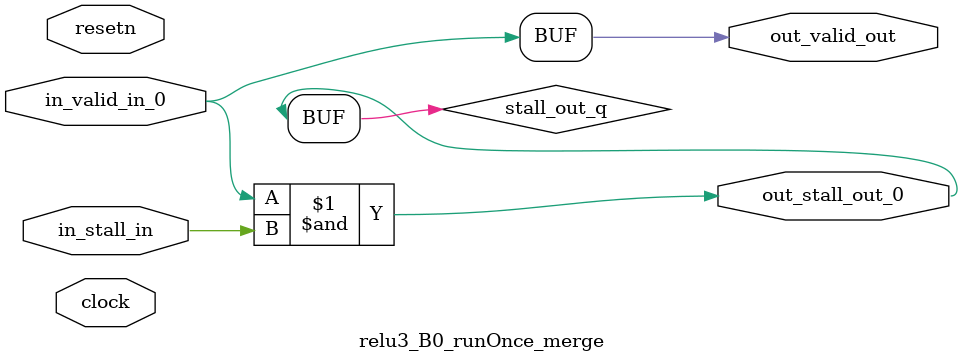
<source format=sv>



(* altera_attribute = "-name AUTO_SHIFT_REGISTER_RECOGNITION OFF; -name MESSAGE_DISABLE 10036; -name MESSAGE_DISABLE 10037; -name MESSAGE_DISABLE 14130; -name MESSAGE_DISABLE 14320; -name MESSAGE_DISABLE 15400; -name MESSAGE_DISABLE 14130; -name MESSAGE_DISABLE 10036; -name MESSAGE_DISABLE 12020; -name MESSAGE_DISABLE 12030; -name MESSAGE_DISABLE 12010; -name MESSAGE_DISABLE 12110; -name MESSAGE_DISABLE 14320; -name MESSAGE_DISABLE 13410; -name MESSAGE_DISABLE 113007; -name MESSAGE_DISABLE 10958" *)
module relu3_B0_runOnce_merge (
    input wire [0:0] in_stall_in,
    input wire [0:0] in_valid_in_0,
    output wire [0:0] out_stall_out_0,
    output wire [0:0] out_valid_out,
    input wire clock,
    input wire resetn
    );

    wire [0:0] stall_out_q;


    // stall_out(LOGICAL,6)
    assign stall_out_q = in_valid_in_0 & in_stall_in;

    // out_stall_out_0(GPOUT,4)
    assign out_stall_out_0 = stall_out_q;

    // out_valid_out(GPOUT,5)
    assign out_valid_out = in_valid_in_0;

endmodule

</source>
